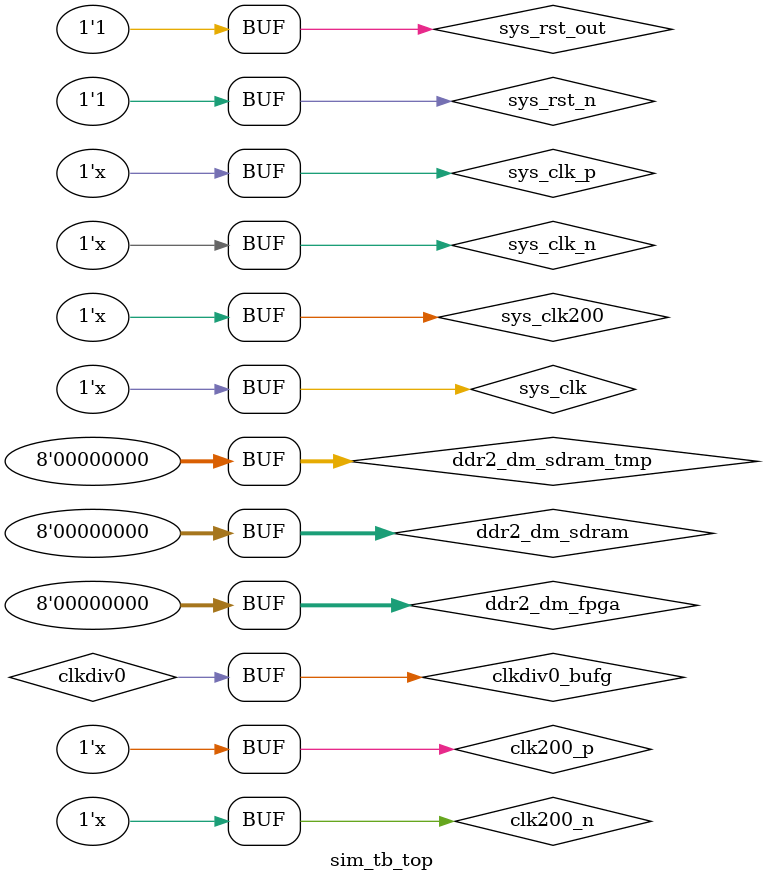
<source format=v>

`timescale 1ns / 1ps

module sim_tb_top;

  // memory controller parameters
   parameter BANK_WIDTH            = 2;      // # of memory bank addr bits
   parameter CKE_WIDTH             = 1;      // # of memory clock enable outputs
   parameter CLK_WIDTH             = 2;      // # of clock outputs
   parameter CLK_TYPE              = "SINGLE_ENDED";       // # of clock type
   parameter COL_WIDTH             = 10;     // # of memory column bits
   parameter CS_NUM                = 1;      // # of separate memory chip selects
   parameter CS_WIDTH              = 1;      // # of total memory chip selects
   parameter CS_BITS               = 0;      // set to log2(CS_NUM) (rounded up)
   parameter DM_WIDTH              = 8;      // # of data mask bits
   parameter DQ_WIDTH              = 64;      // # of data width
   parameter DQ_PER_DQS            = 8;      // # of DQ data bits per strobe
   parameter DQS_WIDTH             = 8;      // # of DQS strobes
   parameter DQ_BITS               = 6;      // set to log2(DQS_WIDTH*DQ_PER_DQS)
   parameter DQS_BITS              = 3;      // set to log2(DQS_WIDTH)
   parameter HIGH_PERFORMANCE_MODE = "TRUE"; // Sets the performance mode for IODELAY elements
   parameter ODT_WIDTH             = 1;      // # of memory on-die term enables
   parameter ROW_WIDTH             = 13;     // # of memory row & # of addr bits
   parameter APPDATA_WIDTH         = 128;     // # of usr read/write data bus bits
   parameter ADDITIVE_LAT          = 0;      // additive write latency
   parameter BURST_LEN             = 4;      // burst length (in double words)
   parameter BURST_TYPE            = 0;      // burst type (=0 seq; =1 interlved)
   parameter CAS_LAT               = 3;      // CAS latency
   parameter ECC_ENABLE            = 0;      // enable ECC (=1 enable)
   parameter MULTI_BANK_EN         = 1;      // enable bank management
   parameter TWO_T_TIME_EN         = 1;      // 2t timing for unbuffered dimms
   parameter ODT_TYPE              = 1;      // ODT (=0(none),=1(75),=2(150),=3(50))
   parameter REDUCE_DRV            = 0;      // reduced strength mem I/O (=1 yes)
   parameter REG_ENABLE            = 0;      // registered addr/ctrl (=1 yes)
   parameter TREFI_NS              = 7800;   // auto refresh interval (ns)
   parameter TRAS                  = 40000;  // active->precharge delay
   parameter TRCD                  = 15000;  // active->read/write delay
   parameter TRFC                  = 105000;  // ref->ref, ref->active delay
   parameter TRP                   = 15000;  // precharge->command delay
   parameter TRTP                  = 7500;   // read->precharge delay
   parameter TWR                   = 15000;  // used to determine wr->prech
   parameter TWTR                  = 7500;   // write->read delay
   parameter SIM_ONLY              = 1;      // = 0 to allow power up delay
   parameter DEBUG_EN              = 0;      // Enable debug signals/controls
   parameter RST_ACT_LOW           = 1;      // =1 for active low reset, =0 for active high
   parameter DLL_FREQ_MODE         = "HIGH"; // DCM Frequency range
   parameter CLK_PERIOD            = 8000;   // Core/Mem clk period (in ps)

   localparam DEVICE_WIDTH    = 16;      // Memory device data width
   localparam real CLK_PERIOD_NS   = CLK_PERIOD / 1000.0;
   localparam real TCYC_200           = 5.0;
   localparam real TPROP_DQS          = 0.01;  // Delay for DQS signal during Write Operation
   localparam real TPROP_DQS_RD       = 0.01;  // Delay for DQS signal during Read Operation
   localparam real TPROP_PCB_CTRL     = 0.01;  // Delay for Address and Ctrl signals
   localparam real TPROP_PCB_DATA     = 0.01;  // Delay for data signal during Write operation
   localparam real TPROP_PCB_DATA_RD  = 0.01;  // Delay for data signal during Read operation

   localparam CLK_PERIOD_INT = CLK_PERIOD/1000;

   // By default this Parameter (CLK_GENERATOR) value is '1'. If this Parameter
   // is set to "PLL", PLL is used to generate the design clocks.
   // If this Parameter is set to "DCM",
   // DCM is used to generate the design clocks.
   localparam CLK_GENERATOR = "PLL";

   reg                           sys_clk;
   wire                          sys_clk_n;
   wire                          sys_clk_p;
   reg                           sys_clk200;
   wire                          clk200_n;
   wire                          clk200_p;
   reg                           sys_rst_n;
   wire                          sys_rst_out;


   wire [DQ_WIDTH-1:0]          ddr2_dq_sdram;
   wire [DQS_WIDTH-1:0]         ddr2_dqs_sdram;
   wire [DQS_WIDTH-1:0]         ddr2_dqs_n_sdram;
   wire [DM_WIDTH-1:0]          ddr2_dm_sdram;
   reg [DM_WIDTH-1:0]           ddr2_dm_sdram_tmp;
   reg [CLK_WIDTH-1:0]          ddr2_clk_sdram;
   reg [CLK_WIDTH-1:0]          ddr2_clk_n_sdram;
   reg [ROW_WIDTH-1:0]          ddr2_address_sdram;
   reg [BANK_WIDTH-1:0]         ddr2_ba_sdram;
   reg                          ddr2_ras_n_sdram;
   reg                          ddr2_cas_n_sdram;
   reg                          ddr2_we_n_sdram;
   reg [CS_WIDTH-1:0]           ddr2_cs_n_sdram;
   reg [CKE_WIDTH-1:0]          ddr2_cke_sdram;
   reg [ODT_WIDTH-1:0]          ddr2_odt_sdram;


   wire [DQ_WIDTH-1:0]          ddr2_dq_fpga;
   wire [DQS_WIDTH-1:0]         ddr2_dqs_fpga;
   wire [DQS_WIDTH-1:0]         ddr2_dqs_n_fpga;
   wire [DM_WIDTH-1:0]          ddr2_dm_fpga;
   wire [CLK_WIDTH-1:0]         ddr2_clk_fpga;
   wire [CLK_WIDTH-1:0]         ddr2_clk_n_fpga;
   wire [ROW_WIDTH-1:0]         ddr2_address_fpga;
   wire [BANK_WIDTH-1:0]        ddr2_ba_fpga;
   wire                         ddr2_ras_n_fpga;
   wire                         ddr2_cas_n_fpga;
   wire                         ddr2_we_n_fpga;
   wire [CS_WIDTH-1:0]          ddr2_cs_n_fpga;
   wire [CKE_WIDTH-1:0]         ddr2_cke_fpga;
   wire [ODT_WIDTH-1:0]         ddr2_odt_fpga;

   wire                          error;
   wire                          phy_init_done;
   

   // Only RDIMM memory parts support the reset signal,
   // hence the ddr2_reset_n signal can be ignored for other memory parts
   wire                          ddr2_reset_n;
   reg [ROW_WIDTH-1:0]           ddr2_address_reg;
   reg [BANK_WIDTH-1:0]          ddr2_ba_reg;
   reg [CKE_WIDTH-1:0]           ddr2_cke_reg;
   reg                           ddr2_ras_n_reg;
   reg                           ddr2_cas_n_reg;
   reg                           ddr2_we_n_reg;
   reg [CS_WIDTH-1:0]            ddr2_cs_n_reg;
   reg [ODT_WIDTH-1:0]           ddr2_odt_reg;
   
   wire                          sys_clk_ibufg;
   wire                          clk200_ibufg;
   wire                          clk0;
   wire                          clk90;
   wire                          clk200;
   wire                          clkdiv0;
   wire                          clk0_bufg;
   wire                          clk0_bufg_in;
   wire                          clk90_bufg;
   wire                          clk90_bufg_in;
   wire                          clk200_bufg;
   wire                          clkdiv0_bufg;
   wire                          clkdiv0_bufg_in;
   wire                          clkfbout_clkfbin;
   wire                          locked;

   //***************************************************************************
   // Clock generation and reset
   //***************************************************************************

   initial
     sys_clk = 1'b0;
   always
     sys_clk = #(CLK_PERIOD_NS/2) ~sys_clk;

   assign                sys_clk_p = sys_clk;
   assign                sys_clk_n = ~sys_clk;

   initial
     sys_clk200 = 1'b0;
   always
     sys_clk200 = #(TCYC_200/2) ~sys_clk200;

   assign                clk200_p = sys_clk200;
   assign                clk200_n = ~sys_clk200;

   initial begin
      sys_rst_n = 1'b0;
      #200;
      sys_rst_n = 1'b1;
   end
   assign sys_rst_out = RST_ACT_LOW ? sys_rst_n : ~sys_rst_n;

   assign clk0    = clk0_bufg;
  assign clk90   = clk90_bufg;
  assign clk200  = clk200_bufg;
  assign clkdiv0  = clkdiv0_bufg;

  //***************************************************************************
  // Differential input clock input buffers
  //***************************************************************************

  IBUFGDS_LVPECL_25 u_ibufg_sys_clk
    (
     .I  (sys_clk_p),
     .IB (sys_clk_n),
     .O  (sys_clk_ibufg)
     );

  IBUFGDS_LVPECL_25 u_ibufg_clk200
    (
     .I  (clk200_p),
     .IB (clk200_n),
     .O  (clk200_ibufg)
     );

  //***************************************************************************
  // Global clock generation and distribution
  //***************************************************************************

  generate
    if (CLK_GENERATOR == "PLL") begin : gen_pll_adv
      PLL_ADV #
        (
         .BANDWIDTH          ("OPTIMIZED"),
         .CLKIN1_PERIOD      (CLK_PERIOD_NS),
         .CLKIN2_PERIOD      (10.000),
         .CLKOUT0_DIVIDE     (CLK_PERIOD_INT),
         .CLKOUT1_DIVIDE     (CLK_PERIOD_INT),
         .CLKOUT2_DIVIDE     (CLK_PERIOD_INT*2),
         .CLKOUT3_DIVIDE     (1),
         .CLKOUT4_DIVIDE     (1),
         .CLKOUT5_DIVIDE     (1),
         .CLKOUT0_PHASE      (0.000),
         .CLKOUT1_PHASE      (90.000),
         .CLKOUT2_PHASE      (0.000),
         .CLKOUT3_PHASE      (0.000),
         .CLKOUT4_PHASE      (0.000),
         .CLKOUT5_PHASE      (0.000),
         .CLKOUT0_DUTY_CYCLE (0.500),
         .CLKOUT1_DUTY_CYCLE (0.500),
         .CLKOUT2_DUTY_CYCLE (0.500),
         .CLKOUT3_DUTY_CYCLE (0.500),
         .CLKOUT4_DUTY_CYCLE (0.500),
         .CLKOUT5_DUTY_CYCLE (0.500),
         .COMPENSATION       ("SYSTEM_SYNCHRONOUS"),
         .DIVCLK_DIVIDE      (1),
         .CLKFBOUT_MULT      (CLK_PERIOD_INT),
         .CLKFBOUT_PHASE     (0.0),
         .REF_JITTER         (0.005000)
         )
        u_pll_adv
          (
           .CLKFBIN     (clkfbout_clkfbin),
           .CLKINSEL    (1'b1),
           .CLKIN1      (sys_clk_ibufg),
           .CLKIN2      (1'b0),
           .DADDR       (5'b0),
           .DCLK        (1'b0),
           .DEN         (1'b0),
           .DI          (16'b0),
           .DWE         (1'b0),
           .REL         (1'b0),
           .RST         (~sys_rst_n),
           .CLKFBDCM    (),
           .CLKFBOUT    (clkfbout_clkfbin),
           .CLKOUTDCM0  (),
           .CLKOUTDCM1  (),
           .CLKOUTDCM2  (),
           .CLKOUTDCM3  (),
           .CLKOUTDCM4  (),
           .CLKOUTDCM5  (),
           .CLKOUT0     (clk0_bufg_in),
           .CLKOUT1     (clk90_bufg_in),
           .CLKOUT2     (clkdiv0_bufg_in),
           .CLKOUT3     (),
           .CLKOUT4     (),
           .CLKOUT5     (),
           .DO          (),
           .DRDY        (),
           .LOCKED      (locked)
           );
    end else if (CLK_GENERATOR == "DCM") begin: gen_dcm_base
      DCM_BASE #
        (
         .CLKIN_PERIOD          (CLK_PERIOD_NS),
         .CLKDV_DIVIDE          (2.0),
         .DLL_FREQUENCY_MODE    (DLL_FREQ_MODE),
         .DUTY_CYCLE_CORRECTION ("TRUE"),
         .FACTORY_JF            (16'hF0F0)
         )
        u_dcm_base
          (
           .CLK0      (clk0_bufg_in),
           .CLK180    (),
           .CLK270    (),
           .CLK2X     (),
           .CLK2X180  (),
           .CLK90     (clk90_bufg_in),
           .CLKDV     (clkdiv0_bufg_in),
           .CLKFX     (),
           .CLKFX180  (),
           .LOCKED    (locked),
           .CLKFB     (clk0_bufg),
           .CLKIN     (sys_clk_ibufg),
           .RST       (~sys_rst_n)
           );
    end
  endgenerate

  BUFG u_bufg_clk0
    (
     .O (clk0_bufg),
     .I (clk0_bufg_in)
     );

  BUFG u_bufg_clk90
    (
     .O (clk90_bufg),
     .I (clk90_bufg_in)
     );

  BUFG u_bufg_clk200
    (
     .O (clk200_bufg),
     .I (clk200_ibufg)
     );

   BUFG u_bufg_clkdiv0
    (
     .O (clkdiv0_bufg),
     .I (clkdiv0_bufg_in)
     );



// =============================================================================
//                             BOARD Parameters
// =============================================================================
// These parameter values can be changed to model varying board delays
// between the Virtex-5 device and the memory model


  always @( * ) begin
    ddr2_clk_sdram        <=  #(TPROP_PCB_CTRL) ddr2_clk_fpga;
    ddr2_clk_n_sdram      <=  #(TPROP_PCB_CTRL) ddr2_clk_n_fpga;
    ddr2_address_sdram    <=  #(TPROP_PCB_CTRL) ddr2_address_fpga;
    ddr2_ba_sdram         <=  #(TPROP_PCB_CTRL) ddr2_ba_fpga;
    ddr2_ras_n_sdram      <=  #(TPROP_PCB_CTRL) ddr2_ras_n_fpga;
    ddr2_cas_n_sdram      <=  #(TPROP_PCB_CTRL) ddr2_cas_n_fpga;
    ddr2_we_n_sdram       <=  #(TPROP_PCB_CTRL) ddr2_we_n_fpga;
    ddr2_cs_n_sdram       <=  #(TPROP_PCB_CTRL) ddr2_cs_n_fpga;
    ddr2_cke_sdram        <=  #(TPROP_PCB_CTRL) ddr2_cke_fpga;
    ddr2_odt_sdram        <=  #(TPROP_PCB_CTRL) ddr2_odt_fpga;
    ddr2_dm_sdram_tmp     <=  #(TPROP_PCB_DATA) ddr2_dm_fpga;//DM signal generation
  end

  assign ddr2_dm_sdram = ddr2_dm_sdram_tmp;


// Controlling the bi-directional BUS
  genvar dqwd;
  generate
    for (dqwd = 0;dqwd < DQ_WIDTH;dqwd = dqwd+1) begin : dq_delay
      WireDelay #
       (
        .Delay_g     (TPROP_PCB_DATA),
        .Delay_rd    (TPROP_PCB_DATA_RD)
       )
      u_delay_dq
       (
        .A           (ddr2_dq_fpga[dqwd]),
        .B           (ddr2_dq_sdram[dqwd]),
        .reset       (sys_rst_n)
       );
    end
  endgenerate

  genvar dqswd;
  generate
    for (dqswd = 0;dqswd < DQS_WIDTH;dqswd = dqswd+1) begin : dqs_delay
      WireDelay #
       (
        .Delay_g     (TPROP_DQS),
        .Delay_rd    (TPROP_DQS_RD)
       )
      u_delay_dqs
       (
        .A           (ddr2_dqs_fpga[dqswd]),
        .B           (ddr2_dqs_sdram[dqswd]),
        .reset       (sys_rst_n)
       );

      WireDelay #
       (
        .Delay_g     (TPROP_DQS),
        .Delay_rd    (TPROP_DQS_RD)
       )
      u_delay_dqs_n
       (
        .A           (ddr2_dqs_n_fpga[dqswd]),
        .B           (ddr2_dqs_n_sdram[dqswd]),
        .reset       (sys_rst_n)
       );
    end
  endgenerate



   //***************************************************************************
   // FPGA memory controller
   //***************************************************************************

   MIG #
     (
      .BANK_WIDTH            (BANK_WIDTH),
      .CKE_WIDTH             (CKE_WIDTH),
      .CLK_WIDTH             (CLK_WIDTH),
      .COL_WIDTH             (COL_WIDTH),
      .CS_NUM                (CS_NUM),
      .CS_WIDTH              (CS_WIDTH),
      .CS_BITS               (CS_BITS),
      .DQ_WIDTH              (DQ_WIDTH),
      .DQ_PER_DQS            (DQ_PER_DQS),
      .DQ_BITS               (DQ_BITS),
      .DQS_WIDTH             (DQS_WIDTH),
      .DQS_BITS              (DQS_BITS),
      .HIGH_PERFORMANCE_MODE (HIGH_PERFORMANCE_MODE),
      .ODT_WIDTH             (ODT_WIDTH),
      .ROW_WIDTH             (ROW_WIDTH),
      .APPDATA_WIDTH         (APPDATA_WIDTH),
      .ADDITIVE_LAT          (ADDITIVE_LAT),
      .BURST_LEN             (BURST_LEN),
      .BURST_TYPE            (BURST_TYPE),
      .CAS_LAT               (CAS_LAT),
      .ECC_ENABLE            (ECC_ENABLE),
      .MULTI_BANK_EN         (MULTI_BANK_EN),
      .ODT_TYPE              (ODT_TYPE),
      .REDUCE_DRV            (REDUCE_DRV),
      .REG_ENABLE            (REG_ENABLE),
      .TREFI_NS              (TREFI_NS),
      .TRAS                  (TRAS),
      .TRCD                  (TRCD),
      .TRFC                  (TRFC),
      .TRP                   (TRP),
      .TRTP                  (TRTP),
      .TWR                   (TWR),
      .TWTR                  (TWTR),
      .SIM_ONLY              (SIM_ONLY),
      .RST_ACT_LOW           (RST_ACT_LOW),
      .CLK_PERIOD            (CLK_PERIOD)
      )
   u_mem_controller
     (
      .clk0              (clk0),
      .clk90             (clk90),
      .clk200            (clk200),
      .clkdiv0           (clkdiv0),
      .locked            (locked),
      .sys_rst_n         (sys_rst_out),
      .ddr2_ras_n        (ddr2_ras_n_fpga),
      .ddr2_cas_n        (ddr2_cas_n_fpga),
      .ddr2_we_n         (ddr2_we_n_fpga),
      .ddr2_cs_n         (ddr2_cs_n_fpga),
      .ddr2_cke          (ddr2_cke_fpga),
      .ddr2_odt          (ddr2_odt_fpga),
      .ddr2_dq           (ddr2_dq_fpga),
      .ddr2_dqs          (ddr2_dqs_fpga),
      .ddr2_dqs_n        (ddr2_dqs_n_fpga),
      .ddr2_ck           (ddr2_clk_fpga),
      .ddr2_ck_n         (ddr2_clk_n_fpga),
      .ddr2_ba           (ddr2_ba_fpga),
      .ddr2_a            (ddr2_address_fpga),
      .error                (error),
      
      
      .phy_init_done     (phy_init_done)
      );

   // Extra one clock pipelining for RDIMM address and
   // control signals is implemented here (Implemented external to memory model)
   always @( posedge ddr2_clk_sdram[0] ) begin
      if ( ddr2_reset_n == 1'b0 ) begin
         ddr2_ras_n_reg    <= 1'b1;
         ddr2_cas_n_reg    <= 1'b1;
         ddr2_we_n_reg     <= 1'b1;
         ddr2_cs_n_reg     <= {CS_WIDTH{1'b1}};
         ddr2_odt_reg      <= 1'b0;
      end
      else begin
         ddr2_address_reg  <= #(CLK_PERIOD_NS/2) ddr2_address_sdram;
         ddr2_ba_reg       <= #(CLK_PERIOD_NS/2) ddr2_ba_sdram;
         ddr2_ras_n_reg    <= #(CLK_PERIOD_NS/2) ddr2_ras_n_sdram;
         ddr2_cas_n_reg    <= #(CLK_PERIOD_NS/2) ddr2_cas_n_sdram;
         ddr2_we_n_reg     <= #(CLK_PERIOD_NS/2) ddr2_we_n_sdram;
         ddr2_cs_n_reg     <= #(CLK_PERIOD_NS/2) ddr2_cs_n_sdram;
         ddr2_odt_reg      <= #(CLK_PERIOD_NS/2) ddr2_odt_sdram;
      end
   end

   // to avoid tIS violations on CKE when reset is deasserted
   always @( posedge ddr2_clk_n_sdram[0] )
      if ( ddr2_reset_n == 1'b0 )
         ddr2_cke_reg      <= 1'b0;
      else
         ddr2_cke_reg      <= #(CLK_PERIOD_NS) ddr2_cke_sdram;

   //***************************************************************************
   // Memory model instances
   //***************************************************************************
   assign ddr2_dm_fpga = 'b0;
   genvar i, j;
   generate
      if (DEVICE_WIDTH == 16) begin
         // if memory part is x16
         if ( REG_ENABLE ) begin
           // if the memory part is Registered DIMM
           for(j = 0; j < CS_NUM; j = j+1) begin : gen_cs
             for(i = 0; i < DQS_WIDTH/2; i = i+1) begin : gen
                ddr2_model u_mem0
                  (
                   .ck        (ddr2_clk_sdram[CLK_WIDTH*i/DQS_WIDTH]),
                   .ck_n      (ddr2_clk_n_sdram[CLK_WIDTH*i/DQS_WIDTH]),
                   .cke       (ddr2_cke_reg[j]),
                   .cs_n      (ddr2_cs_n_reg[CS_WIDTH*i/DQS_WIDTH]),
                   .ras_n     (ddr2_ras_n_reg),
                   .cas_n     (ddr2_cas_n_reg),
                   .we_n      (ddr2_we_n_reg),
                   .dm_rdqs   (ddr2_dm_sdram[(2*(i+1))-1 : i*2]),
                   .ba        (ddr2_ba_reg),
                   .addr      (ddr2_address_reg),
                   .dq        (ddr2_dq_sdram[(16*(i+1))-1 : i*16]),
                   .dqs       (ddr2_dqs_sdram[(2*(i+1))-1 : i*2]),
                   .dqs_n     (ddr2_dqs_n_sdram[(2*(i+1))-1 : i*2]),
                   .rdqs_n    (),
                   .odt       (ddr2_odt_reg[ODT_WIDTH*i/DQS_WIDTH])
                   );
             end
           end
         end
         else begin
             // if the memory part is component or unbuffered DIMM
            if ( DQ_WIDTH%16 ) begin
              // for the memory part x16, if the data width is not multiple
              // of 16, memory models are instantiated for all data with x16
              // memory model and except for MSB data. For the MSB data
              // of 8 bits, all memory data, strobe and mask data signals are
              // replicated to make it as x16 part. For example if the design
              // is generated for data width of 72, memory model x16 parts
              // instantiated for 4 times with data ranging from 0 to 63.
              // For MSB data ranging from 64 to 71, one x16 memory model
              // by replicating the 8-bit data twice and similarly
              // the case with data mask and strobe.
              for(j = 0; j < CS_NUM; j = j+1) begin : gen_cs
                for(i = 0; i < DQ_WIDTH/16 ; i = i+1) begin : gen
                   ddr2_model u_mem0
                     (
                      .ck        (ddr2_clk_sdram[CLK_WIDTH*i/DQS_WIDTH]),
                     .ck_n      (ddr2_clk_n_sdram[CLK_WIDTH*i/DQS_WIDTH]),
                      .cke       (ddr2_cke_sdram[j]),
                      .cs_n      (ddr2_cs_n_sdram[CS_WIDTH*i/DQS_WIDTH]),
                      .ras_n     (ddr2_ras_n_sdram),
                      .cas_n     (ddr2_cas_n_sdram),
                      .we_n      (ddr2_we_n_sdram),
                      .dm_rdqs   (ddr2_dm_sdram[(2*(i+1))-1 : i*2]),
                      .ba        (ddr2_ba_sdram),
                      .addr      (ddr2_address_sdram),
                      .dq        (ddr2_dq_sdram[(16*(i+1))-1 : i*16]),
                      .dqs       (ddr2_dqs_sdram[(2*(i+1))-1 : i*2]),
                      .dqs_n     (ddr2_dqs_n_sdram[(2*(i+1))-1 : i*2]),
                      .rdqs_n    (),
                      .odt       (ddr2_odt_sdram[ODT_WIDTH*i/DQS_WIDTH])
                      );
                end
                   ddr2_model u_mem1
                     (
                      .ck        (ddr2_clk_sdram[CLK_WIDTH-1]),
                      .ck_n      (ddr2_clk_n_sdram[CLK_WIDTH-1]),
                      .cke       (ddr2_cke_sdram[j]),
                      .cs_n      (ddr2_cs_n_sdram[CS_WIDTH-1]),
                      .ras_n     (ddr2_ras_n_sdram),
                      .cas_n     (ddr2_cas_n_sdram),
                      .we_n      (ddr2_we_n_sdram),
                      .dm_rdqs   ({ddr2_dm_sdram[DM_WIDTH - 1],
                                   ddr2_dm_sdram[DM_WIDTH - 1]}),
                      .ba        (ddr2_ba_sdram),
                      .addr      (ddr2_address_sdram),
                      .dq        ({ddr2_dq_sdram[DQ_WIDTH - 1 : DQ_WIDTH - 8],
                                   ddr2_dq_sdram[DQ_WIDTH - 1 : DQ_WIDTH - 8]}),
                      .dqs       ({ddr2_dqs_sdram[DQS_WIDTH - 1],
                                   ddr2_dqs_sdram[DQS_WIDTH - 1]}),
                      .dqs_n     ({ddr2_dqs_n_sdram[DQS_WIDTH - 1],
                                   ddr2_dqs_n_sdram[DQS_WIDTH - 1]}),
                      .rdqs_n    (),
                      .odt       (ddr2_odt_sdram[ODT_WIDTH-1])
                      );
              end
            end
            else begin
              // if the data width is multiple of 16
              for(j = 0; j < CS_NUM; j = j+1) begin : gen_cs
                for(i = 0; i < DQS_WIDTH/2; i = i+1) begin : gen
                   ddr2_model u_mem0
                     (
                      .ck        (ddr2_clk_sdram[CLK_WIDTH*i/DQS_WIDTH]),
                     .ck_n      (ddr2_clk_n_sdram[CLK_WIDTH*i/DQS_WIDTH]),
                      .cke       (ddr2_cke_sdram[j]),
                      .cs_n      (ddr2_cs_n_sdram[CS_WIDTH*i/DQS_WIDTH]),
                      .ras_n     (ddr2_ras_n_sdram),
                      .cas_n     (ddr2_cas_n_sdram),
                      .we_n      (ddr2_we_n_sdram),
                      .dm_rdqs   (ddr2_dm_sdram[(2*(i+1))-1 : i*2]),
                      .ba        (ddr2_ba_sdram),
                      .addr      (ddr2_address_sdram),
                      .dq        (ddr2_dq_sdram[(16*(i+1))-1 : i*16]),
                      .dqs       (ddr2_dqs_sdram[(2*(i+1))-1 : i*2]),
                      .dqs_n     (ddr2_dqs_n_sdram[(2*(i+1))-1 : i*2]),
                      .rdqs_n    (),
                      .odt       (ddr2_odt_sdram[ODT_WIDTH*i/DQS_WIDTH])
                      );
                end
              end
            end
         end

      end else
        if (DEVICE_WIDTH == 8) begin
           // if the memory part is x8
           if ( REG_ENABLE ) begin
             // if the memory part is Registered DIMM
             for(j = 0; j < CS_NUM; j = j+1) begin : gen_cs
               for(i = 0; i < DQ_WIDTH/DQ_PER_DQS; i = i+1) begin : gen
                  ddr2_model u_mem0
                    (
                     .ck        (ddr2_clk_sdram[CLK_WIDTH*i/DQS_WIDTH]),
                     .ck_n      (ddr2_clk_n_sdram[CLK_WIDTH*i/DQS_WIDTH]),
                     .cke       (ddr2_cke_reg[j]),
                     .cs_n      (ddr2_cs_n_reg[CS_WIDTH*i/DQS_WIDTH]),
                     .ras_n     (ddr2_ras_n_reg),
                     .cas_n     (ddr2_cas_n_reg),
                     .we_n      (ddr2_we_n_reg),
                     .dm_rdqs   (ddr2_dm_sdram[i]),
                     .ba        (ddr2_ba_reg),
                     .addr      (ddr2_address_reg),
                     .dq        (ddr2_dq_sdram[(8*(i+1))-1 : i*8]),
                     .dqs       (ddr2_dqs_sdram[i]),
                     .dqs_n     (ddr2_dqs_n_sdram[i]),
                     .rdqs_n    (),
                     .odt       (ddr2_odt_reg[ODT_WIDTH*i/DQS_WIDTH])
                     );
               end
             end
           end
           else begin
             // if the memory part is component or unbuffered DIMM
             for(j = 0; j < CS_NUM; j = j+1) begin : gen_cs
               for(i = 0; i < DQS_WIDTH; i = i+1) begin : gen
                  ddr2_model u_mem0
                    (
                     .ck        (ddr2_clk_sdram[CLK_WIDTH*i/DQS_WIDTH]),
                    .ck_n      (ddr2_clk_n_sdram[CLK_WIDTH*i/DQS_WIDTH]),
                     .cke       (ddr2_cke_sdram[j]),
                     .cs_n      (ddr2_cs_n_sdram[CS_WIDTH*i/DQS_WIDTH]),
                     .ras_n     (ddr2_ras_n_sdram),
                     .cas_n     (ddr2_cas_n_sdram),
                     .we_n      (ddr2_we_n_sdram),
                     .dm_rdqs   (ddr2_dm_sdram[i]),
                     .ba        (ddr2_ba_sdram),
                     .addr      (ddr2_address_sdram),
                     .dq        (ddr2_dq_sdram[(8*(i+1))-1 : i*8]),
                     .dqs       (ddr2_dqs_sdram[i]),
                     .dqs_n     (ddr2_dqs_n_sdram[i]),
                     .rdqs_n    (),
                     .odt       (ddr2_odt_sdram[ODT_WIDTH*i/DQS_WIDTH])
                     );
               end
             end
           end

        end else
          if (DEVICE_WIDTH == 4) begin
             // if the memory part is x4
             if ( REG_ENABLE ) begin
               // if the memory part is Registered DIMM
               for(j = 0; j < CS_NUM; j = j+1) begin : gen_cs
                  for(i = 0; i < DQS_WIDTH; i = i+1) begin : gen
                     ddr2_model u_mem0
                       (
                        .ck        (ddr2_clk_sdram[CLK_WIDTH*i/DQS_WIDTH]),
                        .ck_n      (ddr2_clk_n_sdram[CLK_WIDTH*i/DQS_WIDTH]),
                        .cke       (ddr2_cke_reg[j]),
                        .cs_n      (ddr2_cs_n_reg[CS_WIDTH*i/DQS_WIDTH]),
                        .ras_n     (ddr2_ras_n_reg),
                        .cas_n     (ddr2_cas_n_reg),
                        .we_n      (ddr2_we_n_reg),
                        .dm_rdqs   (ddr2_dm_sdram[i]),
                        .ba        (ddr2_ba_reg),
                        .addr      (ddr2_address_reg),
                        .dq        (ddr2_dq_sdram[(4*(i+1))-1 : i*4]),
                        .dqs       (ddr2_dqs_sdram[i]),
                        .dqs_n     (ddr2_dqs_n_sdram[i]),
                        .rdqs_n    (),
                        .odt       (ddr2_odt_reg[ODT_WIDTH*i/DQS_WIDTH])
                        );
                  end
               end
             end
             else begin
               // if the memory part is component or unbuffered DIMM
               for(j = 0; j < CS_NUM; j = j+1) begin : gen_cs
                 for(i = 0; i < DQS_WIDTH; i = i+1) begin : gen
                    ddr2_model u_mem0
                      (
                       .ck        (ddr2_clk_sdram[CLK_WIDTH*i/DQS_WIDTH]),
                      .ck_n      (ddr2_clk_n_sdram[CLK_WIDTH*i/DQS_WIDTH]),
                       .cke       (ddr2_cke_sdram[j]),
                       .cs_n      (ddr2_cs_n_sdram[CS_WIDTH*i/DQS_WIDTH]),
                       .ras_n     (ddr2_ras_n_sdram),
                       .cas_n     (ddr2_cas_n_sdram),
                       .we_n      (ddr2_we_n_sdram),
                       .dm_rdqs   (ddr2_dm_sdram[i]),
                       .ba        (ddr2_ba_sdram),
                       .addr      (ddr2_address_sdram),
                       .dq        (ddr2_dq_sdram[(4*(i+1))-1 : i*4]),
                       .dqs       (ddr2_dqs_sdram[i]),
                       .dqs_n     (ddr2_dqs_n_sdram[i]),
                       .rdqs_n    (),
                       .odt       (ddr2_odt_sdram[ODT_WIDTH*i/DQS_WIDTH])
                       );
                 end
               end
             end
          end
   endgenerate
   

endmodule

</source>
